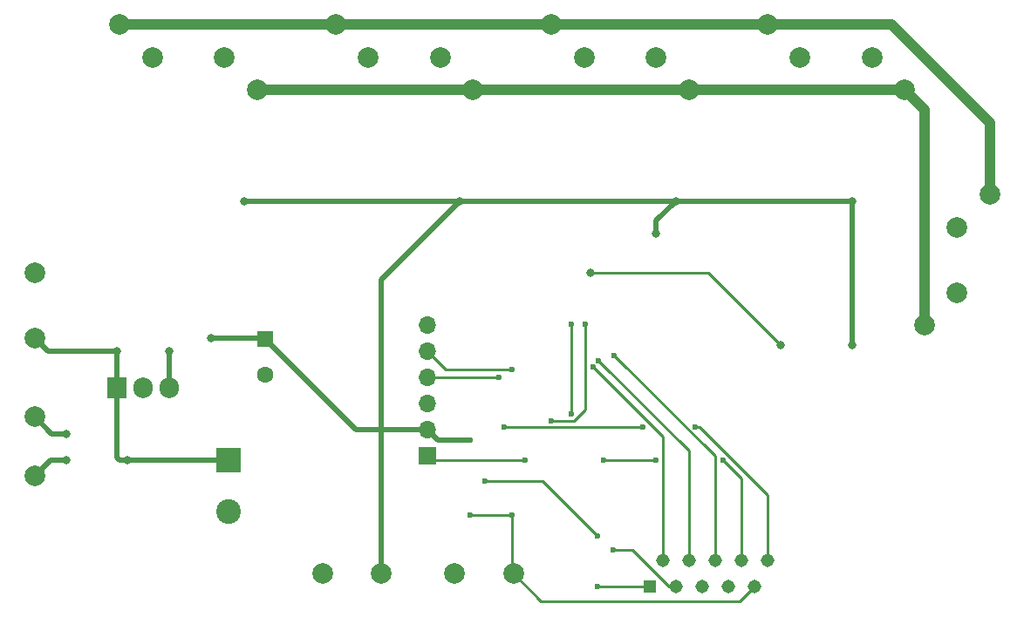
<source format=gbr>
G04 #@! TF.GenerationSoftware,KiCad,Pcbnew,(5.1.8-0-10_14)*
G04 #@! TF.CreationDate,2020-12-12T20:07:50+01:00*
G04 #@! TF.ProjectId,input-sel-v1,696e7075-742d-4736-956c-2d76312e6b69,rev?*
G04 #@! TF.SameCoordinates,Original*
G04 #@! TF.FileFunction,Copper,L2,Bot*
G04 #@! TF.FilePolarity,Positive*
%FSLAX46Y46*%
G04 Gerber Fmt 4.6, Leading zero omitted, Abs format (unit mm)*
G04 Created by KiCad (PCBNEW (5.1.8-0-10_14)) date 2020-12-12 20:07:50*
%MOMM*%
%LPD*%
G01*
G04 APERTURE LIST*
G04 #@! TA.AperFunction,ComponentPad*
%ADD10O,1.905000X2.000000*%
G04 #@! TD*
G04 #@! TA.AperFunction,ComponentPad*
%ADD11R,1.905000X2.000000*%
G04 #@! TD*
G04 #@! TA.AperFunction,ComponentPad*
%ADD12C,1.600000*%
G04 #@! TD*
G04 #@! TA.AperFunction,ComponentPad*
%ADD13R,1.600000X1.600000*%
G04 #@! TD*
G04 #@! TA.AperFunction,ComponentPad*
%ADD14C,2.400000*%
G04 #@! TD*
G04 #@! TA.AperFunction,ComponentPad*
%ADD15R,2.400000X2.400000*%
G04 #@! TD*
G04 #@! TA.AperFunction,ComponentPad*
%ADD16C,2.000000*%
G04 #@! TD*
G04 #@! TA.AperFunction,ComponentPad*
%ADD17O,1.700000X1.700000*%
G04 #@! TD*
G04 #@! TA.AperFunction,ComponentPad*
%ADD18R,1.700000X1.700000*%
G04 #@! TD*
G04 #@! TA.AperFunction,ComponentPad*
%ADD19C,1.308000*%
G04 #@! TD*
G04 #@! TA.AperFunction,ComponentPad*
%ADD20R,1.308000X1.308000*%
G04 #@! TD*
G04 #@! TA.AperFunction,ViaPad*
%ADD21C,0.800000*%
G04 #@! TD*
G04 #@! TA.AperFunction,ViaPad*
%ADD22C,0.600000*%
G04 #@! TD*
G04 #@! TA.AperFunction,Conductor*
%ADD23C,0.500000*%
G04 #@! TD*
G04 #@! TA.AperFunction,Conductor*
%ADD24C,0.250000*%
G04 #@! TD*
G04 #@! TA.AperFunction,Conductor*
%ADD25C,1.000000*%
G04 #@! TD*
G04 APERTURE END LIST*
D10*
X131826000Y-86106000D03*
X129286000Y-86106000D03*
D11*
X126746000Y-86106000D03*
D12*
X141097000Y-84836000D03*
D13*
X141097000Y-81336000D03*
D14*
X137541000Y-98091000D03*
D15*
X137541000Y-93091000D03*
D16*
X189865000Y-50800000D03*
X193040000Y-53975000D03*
X203200000Y-57150000D03*
X200025000Y-53975000D03*
X168910000Y-50800000D03*
X172085000Y-53975000D03*
X182245000Y-57150000D03*
X179070000Y-53975000D03*
X147955000Y-50800000D03*
X151130000Y-53975000D03*
X161290000Y-57150000D03*
X158115000Y-53975000D03*
X127000000Y-50800000D03*
X130175000Y-53975000D03*
X140335000Y-57150000D03*
X137160000Y-53975000D03*
X211455000Y-67310000D03*
X208280000Y-70485000D03*
X205105000Y-80010000D03*
X208280000Y-76835000D03*
D17*
X156845000Y-80010000D03*
X156845000Y-82550000D03*
X156845000Y-85090000D03*
X156845000Y-87630000D03*
X156845000Y-90170000D03*
D18*
X156845000Y-92710000D03*
D19*
X189865000Y-102870000D03*
X188595000Y-105410000D03*
X187325000Y-102870000D03*
X186055000Y-105410000D03*
X184785000Y-102870000D03*
X183515000Y-105410000D03*
X182245000Y-102870000D03*
X180975000Y-105410000D03*
X179705000Y-102870000D03*
D20*
X178435000Y-105410000D03*
D16*
X118745000Y-88900000D03*
X118745000Y-94615000D03*
X118745000Y-74930000D03*
X118745000Y-81280000D03*
X146685000Y-104140000D03*
X152400000Y-104140000D03*
X159512000Y-104140000D03*
X165227000Y-104140000D03*
D21*
X126746000Y-82550000D03*
X127762000Y-93091000D03*
X198120000Y-81915000D03*
X198120000Y-67945000D03*
X180975000Y-67945000D03*
X160020000Y-67945000D03*
X139065000Y-67945000D03*
X179070000Y-71120000D03*
D22*
X161036000Y-91186000D03*
X174879000Y-101854000D03*
X162433000Y-95123000D03*
X173355000Y-100457000D03*
D21*
X131826000Y-82550000D03*
X135890000Y-81280000D03*
D22*
X165100000Y-98425000D03*
X161036000Y-98425000D03*
X164338000Y-89916000D03*
X177800000Y-89916000D03*
X182880000Y-89916000D03*
X173990000Y-93091000D03*
X179070000Y-93091000D03*
X185547000Y-93091000D03*
X175006000Y-82931000D03*
X173482000Y-83439000D03*
X172972058Y-84075942D03*
X173355000Y-105410000D03*
X165100000Y-84328000D03*
X163830000Y-85090000D03*
X166370000Y-93091000D03*
D21*
X172720000Y-74930000D03*
X191135000Y-81915000D03*
D22*
X170815000Y-79883000D03*
X170815000Y-88646000D03*
X172212000Y-79883000D03*
X168910000Y-89281000D03*
D21*
X121793000Y-93091000D03*
X121793000Y-90551000D03*
D23*
X126746000Y-86106000D02*
X126746000Y-82550000D01*
X120015000Y-82550000D02*
X118745000Y-81280000D01*
X126746000Y-82550000D02*
X120015000Y-82550000D01*
X127762000Y-93091000D02*
X127000000Y-93091000D01*
X126746000Y-92837000D02*
X126746000Y-86106000D01*
X127000000Y-93091000D02*
X126746000Y-92837000D01*
X127762000Y-93091000D02*
X137541000Y-93091000D01*
X198120000Y-81915000D02*
X198120000Y-67945000D01*
X198120000Y-67945000D02*
X180975000Y-67945000D01*
X180975000Y-67945000D02*
X160020000Y-67945000D01*
X160020000Y-67945000D02*
X139065000Y-67945000D01*
X179070000Y-69850000D02*
X180975000Y-67945000D01*
X179070000Y-71120000D02*
X179070000Y-69850000D01*
X157861000Y-91186000D02*
X156845000Y-90170000D01*
X161036000Y-91186000D02*
X157861000Y-91186000D01*
D24*
X180303001Y-105410000D02*
X180975000Y-105410000D01*
X176747001Y-101854000D02*
X180303001Y-105410000D01*
X174879000Y-101854000D02*
X176747001Y-101854000D01*
X168021000Y-95123000D02*
X173355000Y-100457000D01*
X162433000Y-95123000D02*
X168021000Y-95123000D01*
D23*
X131826000Y-86106000D02*
X131826000Y-82550000D01*
X149931000Y-90170000D02*
X141097000Y-81336000D01*
X152400000Y-104140000D02*
X152400000Y-90170000D01*
X152400000Y-90170000D02*
X149931000Y-90170000D01*
X156845000Y-90170000D02*
X152400000Y-90170000D01*
X141041000Y-81280000D02*
X141097000Y-81336000D01*
X135890000Y-81280000D02*
X141041000Y-81280000D01*
X152400000Y-75565000D02*
X152400000Y-90170000D01*
X160020000Y-67945000D02*
X152400000Y-75565000D01*
D24*
X165132000Y-104045000D02*
X165227000Y-104140000D01*
X165100000Y-104013000D02*
X165227000Y-104140000D01*
X165100000Y-98425000D02*
X165100000Y-104013000D01*
X188595000Y-105410000D02*
X187198000Y-106807000D01*
X167894000Y-106807000D02*
X165227000Y-104140000D01*
X187198000Y-106807000D02*
X167894000Y-106807000D01*
X165100000Y-98425000D02*
X161036000Y-98425000D01*
X164338000Y-89916000D02*
X177800000Y-89916000D01*
X189865000Y-96476736D02*
X189865000Y-102870000D01*
X183304264Y-89916000D02*
X189865000Y-96476736D01*
X182880000Y-89916000D02*
X183304264Y-89916000D01*
X173990000Y-93091000D02*
X179070000Y-93091000D01*
X185547000Y-93091000D02*
X187325000Y-94869000D01*
X187325000Y-94869000D02*
X187325000Y-102870000D01*
X184785000Y-92710000D02*
X184785000Y-102870000D01*
X175006000Y-82931000D02*
X184785000Y-92710000D01*
X182245000Y-92202000D02*
X182245000Y-102870000D01*
X173482000Y-83439000D02*
X182245000Y-92202000D01*
X179705000Y-90808884D02*
X179705000Y-102870000D01*
X172972058Y-84075942D02*
X179705000Y-90808884D01*
X173355000Y-105410000D02*
X178435000Y-105410000D01*
X158623000Y-84328000D02*
X156845000Y-82550000D01*
X165100000Y-84328000D02*
X158623000Y-84328000D01*
X163830000Y-85090000D02*
X156845000Y-85090000D01*
X157226000Y-93091000D02*
X156845000Y-92710000D01*
X166370000Y-93091000D02*
X157226000Y-93091000D01*
D25*
X140335000Y-57150000D02*
X161290000Y-57150000D01*
X161290000Y-57150000D02*
X182880000Y-57150000D01*
X182880000Y-57150000D02*
X203200000Y-57150000D01*
X203200000Y-57150000D02*
X205105000Y-59055000D01*
X205105000Y-59055000D02*
X205105000Y-80010000D01*
X127000000Y-50800000D02*
X147955000Y-50800000D01*
X147955000Y-50800000D02*
X168910000Y-50800000D01*
X168910000Y-50800000D02*
X189865000Y-50800000D01*
X189865000Y-50800000D02*
X201930000Y-50800000D01*
X211455000Y-60325000D02*
X211455000Y-67310000D01*
X201930000Y-50800000D02*
X211455000Y-60325000D01*
D24*
X184150000Y-74930000D02*
X191135000Y-81915000D01*
X172720000Y-74930000D02*
X184150000Y-74930000D01*
X170815000Y-88646000D02*
X170815000Y-79883000D01*
X171105002Y-89281000D02*
X168910000Y-89281000D01*
X172212000Y-88174002D02*
X171105002Y-89281000D01*
X172212000Y-79883000D02*
X172212000Y-88174002D01*
D23*
X120269000Y-93091000D02*
X118745000Y-94615000D01*
X121793000Y-93091000D02*
X120269000Y-93091000D01*
X120396000Y-90551000D02*
X118745000Y-88900000D01*
X121793000Y-90551000D02*
X120396000Y-90551000D01*
M02*

</source>
